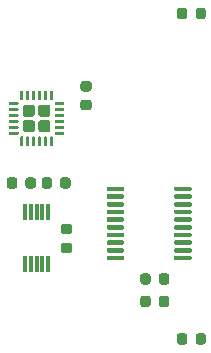
<source format=gbr>
%TF.GenerationSoftware,KiCad,Pcbnew,(5.1.6)-1*%
%TF.CreationDate,2020-11-21T10:09:12-08:00*%
%TF.ProjectId,SoftTakeover,536f6674-5461-46b6-956f-7665722e6b69,rev?*%
%TF.SameCoordinates,Original*%
%TF.FileFunction,Paste,Top*%
%TF.FilePolarity,Positive*%
%FSLAX46Y46*%
G04 Gerber Fmt 4.6, Leading zero omitted, Abs format (unit mm)*
G04 Created by KiCad (PCBNEW (5.1.6)-1) date 2020-11-21 10:09:12*
%MOMM*%
%LPD*%
G01*
G04 APERTURE LIST*
%ADD10R,0.300000X1.400000*%
G04 APERTURE END LIST*
%TO.C,C6*%
G36*
G01*
X140151500Y-112016250D02*
X140151500Y-111503750D01*
G75*
G02*
X140370250Y-111285000I218750J0D01*
G01*
X140807750Y-111285000D01*
G75*
G02*
X141026500Y-111503750I0J-218750D01*
G01*
X141026500Y-112016250D01*
G75*
G02*
X140807750Y-112235000I-218750J0D01*
G01*
X140370250Y-112235000D01*
G75*
G02*
X140151500Y-112016250I0J218750D01*
G01*
G37*
G36*
G01*
X138576500Y-112016250D02*
X138576500Y-111503750D01*
G75*
G02*
X138795250Y-111285000I218750J0D01*
G01*
X139232750Y-111285000D01*
G75*
G02*
X139451500Y-111503750I0J-218750D01*
G01*
X139451500Y-112016250D01*
G75*
G02*
X139232750Y-112235000I-218750J0D01*
G01*
X138795250Y-112235000D01*
G75*
G02*
X138576500Y-112016250I0J218750D01*
G01*
G37*
%TD*%
%TO.C,C2*%
G36*
G01*
X142550500Y-116583750D02*
X142550500Y-117096250D01*
G75*
G02*
X142331750Y-117315000I-218750J0D01*
G01*
X141894250Y-117315000D01*
G75*
G02*
X141675500Y-117096250I0J218750D01*
G01*
X141675500Y-116583750D01*
G75*
G02*
X141894250Y-116365000I218750J0D01*
G01*
X142331750Y-116365000D01*
G75*
G02*
X142550500Y-116583750I0J-218750D01*
G01*
G37*
G36*
G01*
X144125500Y-116583750D02*
X144125500Y-117096250D01*
G75*
G02*
X143906750Y-117315000I-218750J0D01*
G01*
X143469250Y-117315000D01*
G75*
G02*
X143250500Y-117096250I0J218750D01*
G01*
X143250500Y-116583750D01*
G75*
G02*
X143469250Y-116365000I218750J0D01*
G01*
X143906750Y-116365000D01*
G75*
G02*
X144125500Y-116583750I0J-218750D01*
G01*
G37*
%TD*%
%TO.C,C5*%
G36*
G01*
X140151500Y-113921250D02*
X140151500Y-113408750D01*
G75*
G02*
X140370250Y-113190000I218750J0D01*
G01*
X140807750Y-113190000D01*
G75*
G02*
X141026500Y-113408750I0J-218750D01*
G01*
X141026500Y-113921250D01*
G75*
G02*
X140807750Y-114140000I-218750J0D01*
G01*
X140370250Y-114140000D01*
G75*
G02*
X140151500Y-113921250I0J218750D01*
G01*
G37*
G36*
G01*
X138576500Y-113921250D02*
X138576500Y-113408750D01*
G75*
G02*
X138795250Y-113190000I218750J0D01*
G01*
X139232750Y-113190000D01*
G75*
G02*
X139451500Y-113408750I0J-218750D01*
G01*
X139451500Y-113921250D01*
G75*
G02*
X139232750Y-114140000I-218750J0D01*
G01*
X138795250Y-114140000D01*
G75*
G02*
X138576500Y-113921250I0J218750D01*
G01*
G37*
%TD*%
%TO.C,C4*%
G36*
G01*
X134241250Y-95890500D02*
X133728750Y-95890500D01*
G75*
G02*
X133510000Y-95671750I0J218750D01*
G01*
X133510000Y-95234250D01*
G75*
G02*
X133728750Y-95015500I218750J0D01*
G01*
X134241250Y-95015500D01*
G75*
G02*
X134460000Y-95234250I0J-218750D01*
G01*
X134460000Y-95671750D01*
G75*
G02*
X134241250Y-95890500I-218750J0D01*
G01*
G37*
G36*
G01*
X134241250Y-97465500D02*
X133728750Y-97465500D01*
G75*
G02*
X133510000Y-97246750I0J218750D01*
G01*
X133510000Y-96809250D01*
G75*
G02*
X133728750Y-96590500I218750J0D01*
G01*
X134241250Y-96590500D01*
G75*
G02*
X134460000Y-96809250I0J-218750D01*
G01*
X134460000Y-97246750D01*
G75*
G02*
X134241250Y-97465500I-218750J0D01*
G01*
G37*
%TD*%
%TO.C,C3*%
G36*
G01*
X132590250Y-107981000D02*
X132077750Y-107981000D01*
G75*
G02*
X131859000Y-107762250I0J218750D01*
G01*
X131859000Y-107324750D01*
G75*
G02*
X132077750Y-107106000I218750J0D01*
G01*
X132590250Y-107106000D01*
G75*
G02*
X132809000Y-107324750I0J-218750D01*
G01*
X132809000Y-107762250D01*
G75*
G02*
X132590250Y-107981000I-218750J0D01*
G01*
G37*
G36*
G01*
X132590250Y-109556000D02*
X132077750Y-109556000D01*
G75*
G02*
X131859000Y-109337250I0J218750D01*
G01*
X131859000Y-108899750D01*
G75*
G02*
X132077750Y-108681000I218750J0D01*
G01*
X132590250Y-108681000D01*
G75*
G02*
X132809000Y-108899750I0J-218750D01*
G01*
X132809000Y-109337250D01*
G75*
G02*
X132590250Y-109556000I-218750J0D01*
G01*
G37*
%TD*%
%TO.C,C1*%
G36*
G01*
X142550500Y-89024750D02*
X142550500Y-89537250D01*
G75*
G02*
X142331750Y-89756000I-218750J0D01*
G01*
X141894250Y-89756000D01*
G75*
G02*
X141675500Y-89537250I0J218750D01*
G01*
X141675500Y-89024750D01*
G75*
G02*
X141894250Y-88806000I218750J0D01*
G01*
X142331750Y-88806000D01*
G75*
G02*
X142550500Y-89024750I0J-218750D01*
G01*
G37*
G36*
G01*
X144125500Y-89024750D02*
X144125500Y-89537250D01*
G75*
G02*
X143906750Y-89756000I-218750J0D01*
G01*
X143469250Y-89756000D01*
G75*
G02*
X143250500Y-89537250I0J218750D01*
G01*
X143250500Y-89024750D01*
G75*
G02*
X143469250Y-88806000I218750J0D01*
G01*
X143906750Y-88806000D01*
G75*
G02*
X144125500Y-89024750I0J-218750D01*
G01*
G37*
%TD*%
%TO.C,U3*%
G36*
G01*
X137194000Y-109886000D02*
X137194000Y-110086000D01*
G75*
G02*
X137094000Y-110186000I-100000J0D01*
G01*
X135819000Y-110186000D01*
G75*
G02*
X135719000Y-110086000I0J100000D01*
G01*
X135719000Y-109886000D01*
G75*
G02*
X135819000Y-109786000I100000J0D01*
G01*
X137094000Y-109786000D01*
G75*
G02*
X137194000Y-109886000I0J-100000D01*
G01*
G37*
G36*
G01*
X137194000Y-109236000D02*
X137194000Y-109436000D01*
G75*
G02*
X137094000Y-109536000I-100000J0D01*
G01*
X135819000Y-109536000D01*
G75*
G02*
X135719000Y-109436000I0J100000D01*
G01*
X135719000Y-109236000D01*
G75*
G02*
X135819000Y-109136000I100000J0D01*
G01*
X137094000Y-109136000D01*
G75*
G02*
X137194000Y-109236000I0J-100000D01*
G01*
G37*
G36*
G01*
X137194000Y-108586000D02*
X137194000Y-108786000D01*
G75*
G02*
X137094000Y-108886000I-100000J0D01*
G01*
X135819000Y-108886000D01*
G75*
G02*
X135719000Y-108786000I0J100000D01*
G01*
X135719000Y-108586000D01*
G75*
G02*
X135819000Y-108486000I100000J0D01*
G01*
X137094000Y-108486000D01*
G75*
G02*
X137194000Y-108586000I0J-100000D01*
G01*
G37*
G36*
G01*
X137194000Y-107936000D02*
X137194000Y-108136000D01*
G75*
G02*
X137094000Y-108236000I-100000J0D01*
G01*
X135819000Y-108236000D01*
G75*
G02*
X135719000Y-108136000I0J100000D01*
G01*
X135719000Y-107936000D01*
G75*
G02*
X135819000Y-107836000I100000J0D01*
G01*
X137094000Y-107836000D01*
G75*
G02*
X137194000Y-107936000I0J-100000D01*
G01*
G37*
G36*
G01*
X137194000Y-107286000D02*
X137194000Y-107486000D01*
G75*
G02*
X137094000Y-107586000I-100000J0D01*
G01*
X135819000Y-107586000D01*
G75*
G02*
X135719000Y-107486000I0J100000D01*
G01*
X135719000Y-107286000D01*
G75*
G02*
X135819000Y-107186000I100000J0D01*
G01*
X137094000Y-107186000D01*
G75*
G02*
X137194000Y-107286000I0J-100000D01*
G01*
G37*
G36*
G01*
X137194000Y-106636000D02*
X137194000Y-106836000D01*
G75*
G02*
X137094000Y-106936000I-100000J0D01*
G01*
X135819000Y-106936000D01*
G75*
G02*
X135719000Y-106836000I0J100000D01*
G01*
X135719000Y-106636000D01*
G75*
G02*
X135819000Y-106536000I100000J0D01*
G01*
X137094000Y-106536000D01*
G75*
G02*
X137194000Y-106636000I0J-100000D01*
G01*
G37*
G36*
G01*
X137194000Y-105986000D02*
X137194000Y-106186000D01*
G75*
G02*
X137094000Y-106286000I-100000J0D01*
G01*
X135819000Y-106286000D01*
G75*
G02*
X135719000Y-106186000I0J100000D01*
G01*
X135719000Y-105986000D01*
G75*
G02*
X135819000Y-105886000I100000J0D01*
G01*
X137094000Y-105886000D01*
G75*
G02*
X137194000Y-105986000I0J-100000D01*
G01*
G37*
G36*
G01*
X137194000Y-105336000D02*
X137194000Y-105536000D01*
G75*
G02*
X137094000Y-105636000I-100000J0D01*
G01*
X135819000Y-105636000D01*
G75*
G02*
X135719000Y-105536000I0J100000D01*
G01*
X135719000Y-105336000D01*
G75*
G02*
X135819000Y-105236000I100000J0D01*
G01*
X137094000Y-105236000D01*
G75*
G02*
X137194000Y-105336000I0J-100000D01*
G01*
G37*
G36*
G01*
X137194000Y-104686000D02*
X137194000Y-104886000D01*
G75*
G02*
X137094000Y-104986000I-100000J0D01*
G01*
X135819000Y-104986000D01*
G75*
G02*
X135719000Y-104886000I0J100000D01*
G01*
X135719000Y-104686000D01*
G75*
G02*
X135819000Y-104586000I100000J0D01*
G01*
X137094000Y-104586000D01*
G75*
G02*
X137194000Y-104686000I0J-100000D01*
G01*
G37*
G36*
G01*
X137194000Y-104036000D02*
X137194000Y-104236000D01*
G75*
G02*
X137094000Y-104336000I-100000J0D01*
G01*
X135819000Y-104336000D01*
G75*
G02*
X135719000Y-104236000I0J100000D01*
G01*
X135719000Y-104036000D01*
G75*
G02*
X135819000Y-103936000I100000J0D01*
G01*
X137094000Y-103936000D01*
G75*
G02*
X137194000Y-104036000I0J-100000D01*
G01*
G37*
G36*
G01*
X142919000Y-104036000D02*
X142919000Y-104236000D01*
G75*
G02*
X142819000Y-104336000I-100000J0D01*
G01*
X141544000Y-104336000D01*
G75*
G02*
X141444000Y-104236000I0J100000D01*
G01*
X141444000Y-104036000D01*
G75*
G02*
X141544000Y-103936000I100000J0D01*
G01*
X142819000Y-103936000D01*
G75*
G02*
X142919000Y-104036000I0J-100000D01*
G01*
G37*
G36*
G01*
X142919000Y-104686000D02*
X142919000Y-104886000D01*
G75*
G02*
X142819000Y-104986000I-100000J0D01*
G01*
X141544000Y-104986000D01*
G75*
G02*
X141444000Y-104886000I0J100000D01*
G01*
X141444000Y-104686000D01*
G75*
G02*
X141544000Y-104586000I100000J0D01*
G01*
X142819000Y-104586000D01*
G75*
G02*
X142919000Y-104686000I0J-100000D01*
G01*
G37*
G36*
G01*
X142919000Y-105336000D02*
X142919000Y-105536000D01*
G75*
G02*
X142819000Y-105636000I-100000J0D01*
G01*
X141544000Y-105636000D01*
G75*
G02*
X141444000Y-105536000I0J100000D01*
G01*
X141444000Y-105336000D01*
G75*
G02*
X141544000Y-105236000I100000J0D01*
G01*
X142819000Y-105236000D01*
G75*
G02*
X142919000Y-105336000I0J-100000D01*
G01*
G37*
G36*
G01*
X142919000Y-105986000D02*
X142919000Y-106186000D01*
G75*
G02*
X142819000Y-106286000I-100000J0D01*
G01*
X141544000Y-106286000D01*
G75*
G02*
X141444000Y-106186000I0J100000D01*
G01*
X141444000Y-105986000D01*
G75*
G02*
X141544000Y-105886000I100000J0D01*
G01*
X142819000Y-105886000D01*
G75*
G02*
X142919000Y-105986000I0J-100000D01*
G01*
G37*
G36*
G01*
X142919000Y-106636000D02*
X142919000Y-106836000D01*
G75*
G02*
X142819000Y-106936000I-100000J0D01*
G01*
X141544000Y-106936000D01*
G75*
G02*
X141444000Y-106836000I0J100000D01*
G01*
X141444000Y-106636000D01*
G75*
G02*
X141544000Y-106536000I100000J0D01*
G01*
X142819000Y-106536000D01*
G75*
G02*
X142919000Y-106636000I0J-100000D01*
G01*
G37*
G36*
G01*
X142919000Y-107286000D02*
X142919000Y-107486000D01*
G75*
G02*
X142819000Y-107586000I-100000J0D01*
G01*
X141544000Y-107586000D01*
G75*
G02*
X141444000Y-107486000I0J100000D01*
G01*
X141444000Y-107286000D01*
G75*
G02*
X141544000Y-107186000I100000J0D01*
G01*
X142819000Y-107186000D01*
G75*
G02*
X142919000Y-107286000I0J-100000D01*
G01*
G37*
G36*
G01*
X142919000Y-107936000D02*
X142919000Y-108136000D01*
G75*
G02*
X142819000Y-108236000I-100000J0D01*
G01*
X141544000Y-108236000D01*
G75*
G02*
X141444000Y-108136000I0J100000D01*
G01*
X141444000Y-107936000D01*
G75*
G02*
X141544000Y-107836000I100000J0D01*
G01*
X142819000Y-107836000D01*
G75*
G02*
X142919000Y-107936000I0J-100000D01*
G01*
G37*
G36*
G01*
X142919000Y-108586000D02*
X142919000Y-108786000D01*
G75*
G02*
X142819000Y-108886000I-100000J0D01*
G01*
X141544000Y-108886000D01*
G75*
G02*
X141444000Y-108786000I0J100000D01*
G01*
X141444000Y-108586000D01*
G75*
G02*
X141544000Y-108486000I100000J0D01*
G01*
X142819000Y-108486000D01*
G75*
G02*
X142919000Y-108586000I0J-100000D01*
G01*
G37*
G36*
G01*
X142919000Y-109236000D02*
X142919000Y-109436000D01*
G75*
G02*
X142819000Y-109536000I-100000J0D01*
G01*
X141544000Y-109536000D01*
G75*
G02*
X141444000Y-109436000I0J100000D01*
G01*
X141444000Y-109236000D01*
G75*
G02*
X141544000Y-109136000I100000J0D01*
G01*
X142819000Y-109136000D01*
G75*
G02*
X142919000Y-109236000I0J-100000D01*
G01*
G37*
G36*
G01*
X142919000Y-109886000D02*
X142919000Y-110086000D01*
G75*
G02*
X142819000Y-110186000I-100000J0D01*
G01*
X141544000Y-110186000D01*
G75*
G02*
X141444000Y-110086000I0J100000D01*
G01*
X141444000Y-109886000D01*
G75*
G02*
X141544000Y-109786000I100000J0D01*
G01*
X142819000Y-109786000D01*
G75*
G02*
X142919000Y-109886000I0J-100000D01*
G01*
G37*
%TD*%
D10*
%TO.C,U2*%
X130794000Y-110531000D03*
X130294000Y-110531000D03*
X129794000Y-110531000D03*
X129294000Y-110531000D03*
X128794000Y-110531000D03*
X128794000Y-106131000D03*
X129294000Y-106131000D03*
X129794000Y-106131000D03*
X130294000Y-106131000D03*
X130794000Y-106131000D03*
%TD*%
%TO.C,U1*%
G36*
G01*
X128868999Y-98296000D02*
X129419001Y-98296000D01*
G75*
G02*
X129669000Y-98545999I0J-249999D01*
G01*
X129669000Y-99096001D01*
G75*
G02*
X129419001Y-99346000I-249999J0D01*
G01*
X128868999Y-99346000D01*
G75*
G02*
X128619000Y-99096001I0J249999D01*
G01*
X128619000Y-98545999D01*
G75*
G02*
X128868999Y-98296000I249999J0D01*
G01*
G37*
G36*
G01*
X130168999Y-98296000D02*
X130719001Y-98296000D01*
G75*
G02*
X130969000Y-98545999I0J-249999D01*
G01*
X130969000Y-99096001D01*
G75*
G02*
X130719001Y-99346000I-249999J0D01*
G01*
X130168999Y-99346000D01*
G75*
G02*
X129919000Y-99096001I0J249999D01*
G01*
X129919000Y-98545999D01*
G75*
G02*
X130168999Y-98296000I249999J0D01*
G01*
G37*
G36*
G01*
X128868999Y-96996000D02*
X129419001Y-96996000D01*
G75*
G02*
X129669000Y-97245999I0J-249999D01*
G01*
X129669000Y-97796001D01*
G75*
G02*
X129419001Y-98046000I-249999J0D01*
G01*
X128868999Y-98046000D01*
G75*
G02*
X128619000Y-97796001I0J249999D01*
G01*
X128619000Y-97245999D01*
G75*
G02*
X128868999Y-96996000I249999J0D01*
G01*
G37*
G36*
G01*
X130168999Y-96996000D02*
X130719001Y-96996000D01*
G75*
G02*
X130969000Y-97245999I0J-249999D01*
G01*
X130969000Y-97796001D01*
G75*
G02*
X130719001Y-98046000I-249999J0D01*
G01*
X130168999Y-98046000D01*
G75*
G02*
X129919000Y-97796001I0J249999D01*
G01*
X129919000Y-97245999D01*
G75*
G02*
X130168999Y-96996000I249999J0D01*
G01*
G37*
G36*
G01*
X131381500Y-96796000D02*
X132081500Y-96796000D01*
G75*
G02*
X132144000Y-96858500I0J-62500D01*
G01*
X132144000Y-96983500D01*
G75*
G02*
X132081500Y-97046000I-62500J0D01*
G01*
X131381500Y-97046000D01*
G75*
G02*
X131319000Y-96983500I0J62500D01*
G01*
X131319000Y-96858500D01*
G75*
G02*
X131381500Y-96796000I62500J0D01*
G01*
G37*
G36*
G01*
X131381500Y-97296000D02*
X132081500Y-97296000D01*
G75*
G02*
X132144000Y-97358500I0J-62500D01*
G01*
X132144000Y-97483500D01*
G75*
G02*
X132081500Y-97546000I-62500J0D01*
G01*
X131381500Y-97546000D01*
G75*
G02*
X131319000Y-97483500I0J62500D01*
G01*
X131319000Y-97358500D01*
G75*
G02*
X131381500Y-97296000I62500J0D01*
G01*
G37*
G36*
G01*
X131381500Y-97796000D02*
X132081500Y-97796000D01*
G75*
G02*
X132144000Y-97858500I0J-62500D01*
G01*
X132144000Y-97983500D01*
G75*
G02*
X132081500Y-98046000I-62500J0D01*
G01*
X131381500Y-98046000D01*
G75*
G02*
X131319000Y-97983500I0J62500D01*
G01*
X131319000Y-97858500D01*
G75*
G02*
X131381500Y-97796000I62500J0D01*
G01*
G37*
G36*
G01*
X131381500Y-98296000D02*
X132081500Y-98296000D01*
G75*
G02*
X132144000Y-98358500I0J-62500D01*
G01*
X132144000Y-98483500D01*
G75*
G02*
X132081500Y-98546000I-62500J0D01*
G01*
X131381500Y-98546000D01*
G75*
G02*
X131319000Y-98483500I0J62500D01*
G01*
X131319000Y-98358500D01*
G75*
G02*
X131381500Y-98296000I62500J0D01*
G01*
G37*
G36*
G01*
X131381500Y-98796000D02*
X132081500Y-98796000D01*
G75*
G02*
X132144000Y-98858500I0J-62500D01*
G01*
X132144000Y-98983500D01*
G75*
G02*
X132081500Y-99046000I-62500J0D01*
G01*
X131381500Y-99046000D01*
G75*
G02*
X131319000Y-98983500I0J62500D01*
G01*
X131319000Y-98858500D01*
G75*
G02*
X131381500Y-98796000I62500J0D01*
G01*
G37*
G36*
G01*
X131381500Y-99296000D02*
X132081500Y-99296000D01*
G75*
G02*
X132144000Y-99358500I0J-62500D01*
G01*
X132144000Y-99483500D01*
G75*
G02*
X132081500Y-99546000I-62500J0D01*
G01*
X131381500Y-99546000D01*
G75*
G02*
X131319000Y-99483500I0J62500D01*
G01*
X131319000Y-99358500D01*
G75*
G02*
X131381500Y-99296000I62500J0D01*
G01*
G37*
G36*
G01*
X130981500Y-99696000D02*
X131106500Y-99696000D01*
G75*
G02*
X131169000Y-99758500I0J-62500D01*
G01*
X131169000Y-100458500D01*
G75*
G02*
X131106500Y-100521000I-62500J0D01*
G01*
X130981500Y-100521000D01*
G75*
G02*
X130919000Y-100458500I0J62500D01*
G01*
X130919000Y-99758500D01*
G75*
G02*
X130981500Y-99696000I62500J0D01*
G01*
G37*
G36*
G01*
X130481500Y-99696000D02*
X130606500Y-99696000D01*
G75*
G02*
X130669000Y-99758500I0J-62500D01*
G01*
X130669000Y-100458500D01*
G75*
G02*
X130606500Y-100521000I-62500J0D01*
G01*
X130481500Y-100521000D01*
G75*
G02*
X130419000Y-100458500I0J62500D01*
G01*
X130419000Y-99758500D01*
G75*
G02*
X130481500Y-99696000I62500J0D01*
G01*
G37*
G36*
G01*
X129981500Y-99696000D02*
X130106500Y-99696000D01*
G75*
G02*
X130169000Y-99758500I0J-62500D01*
G01*
X130169000Y-100458500D01*
G75*
G02*
X130106500Y-100521000I-62500J0D01*
G01*
X129981500Y-100521000D01*
G75*
G02*
X129919000Y-100458500I0J62500D01*
G01*
X129919000Y-99758500D01*
G75*
G02*
X129981500Y-99696000I62500J0D01*
G01*
G37*
G36*
G01*
X129481500Y-99696000D02*
X129606500Y-99696000D01*
G75*
G02*
X129669000Y-99758500I0J-62500D01*
G01*
X129669000Y-100458500D01*
G75*
G02*
X129606500Y-100521000I-62500J0D01*
G01*
X129481500Y-100521000D01*
G75*
G02*
X129419000Y-100458500I0J62500D01*
G01*
X129419000Y-99758500D01*
G75*
G02*
X129481500Y-99696000I62500J0D01*
G01*
G37*
G36*
G01*
X128981500Y-99696000D02*
X129106500Y-99696000D01*
G75*
G02*
X129169000Y-99758500I0J-62500D01*
G01*
X129169000Y-100458500D01*
G75*
G02*
X129106500Y-100521000I-62500J0D01*
G01*
X128981500Y-100521000D01*
G75*
G02*
X128919000Y-100458500I0J62500D01*
G01*
X128919000Y-99758500D01*
G75*
G02*
X128981500Y-99696000I62500J0D01*
G01*
G37*
G36*
G01*
X128481500Y-99696000D02*
X128606500Y-99696000D01*
G75*
G02*
X128669000Y-99758500I0J-62500D01*
G01*
X128669000Y-100458500D01*
G75*
G02*
X128606500Y-100521000I-62500J0D01*
G01*
X128481500Y-100521000D01*
G75*
G02*
X128419000Y-100458500I0J62500D01*
G01*
X128419000Y-99758500D01*
G75*
G02*
X128481500Y-99696000I62500J0D01*
G01*
G37*
G36*
G01*
X127506500Y-99296000D02*
X128206500Y-99296000D01*
G75*
G02*
X128269000Y-99358500I0J-62500D01*
G01*
X128269000Y-99483500D01*
G75*
G02*
X128206500Y-99546000I-62500J0D01*
G01*
X127506500Y-99546000D01*
G75*
G02*
X127444000Y-99483500I0J62500D01*
G01*
X127444000Y-99358500D01*
G75*
G02*
X127506500Y-99296000I62500J0D01*
G01*
G37*
G36*
G01*
X127506500Y-98796000D02*
X128206500Y-98796000D01*
G75*
G02*
X128269000Y-98858500I0J-62500D01*
G01*
X128269000Y-98983500D01*
G75*
G02*
X128206500Y-99046000I-62500J0D01*
G01*
X127506500Y-99046000D01*
G75*
G02*
X127444000Y-98983500I0J62500D01*
G01*
X127444000Y-98858500D01*
G75*
G02*
X127506500Y-98796000I62500J0D01*
G01*
G37*
G36*
G01*
X127506500Y-98296000D02*
X128206500Y-98296000D01*
G75*
G02*
X128269000Y-98358500I0J-62500D01*
G01*
X128269000Y-98483500D01*
G75*
G02*
X128206500Y-98546000I-62500J0D01*
G01*
X127506500Y-98546000D01*
G75*
G02*
X127444000Y-98483500I0J62500D01*
G01*
X127444000Y-98358500D01*
G75*
G02*
X127506500Y-98296000I62500J0D01*
G01*
G37*
G36*
G01*
X127506500Y-97796000D02*
X128206500Y-97796000D01*
G75*
G02*
X128269000Y-97858500I0J-62500D01*
G01*
X128269000Y-97983500D01*
G75*
G02*
X128206500Y-98046000I-62500J0D01*
G01*
X127506500Y-98046000D01*
G75*
G02*
X127444000Y-97983500I0J62500D01*
G01*
X127444000Y-97858500D01*
G75*
G02*
X127506500Y-97796000I62500J0D01*
G01*
G37*
G36*
G01*
X127506500Y-97296000D02*
X128206500Y-97296000D01*
G75*
G02*
X128269000Y-97358500I0J-62500D01*
G01*
X128269000Y-97483500D01*
G75*
G02*
X128206500Y-97546000I-62500J0D01*
G01*
X127506500Y-97546000D01*
G75*
G02*
X127444000Y-97483500I0J62500D01*
G01*
X127444000Y-97358500D01*
G75*
G02*
X127506500Y-97296000I62500J0D01*
G01*
G37*
G36*
G01*
X127506500Y-96796000D02*
X128206500Y-96796000D01*
G75*
G02*
X128269000Y-96858500I0J-62500D01*
G01*
X128269000Y-96983500D01*
G75*
G02*
X128206500Y-97046000I-62500J0D01*
G01*
X127506500Y-97046000D01*
G75*
G02*
X127444000Y-96983500I0J62500D01*
G01*
X127444000Y-96858500D01*
G75*
G02*
X127506500Y-96796000I62500J0D01*
G01*
G37*
G36*
G01*
X128481500Y-95821000D02*
X128606500Y-95821000D01*
G75*
G02*
X128669000Y-95883500I0J-62500D01*
G01*
X128669000Y-96583500D01*
G75*
G02*
X128606500Y-96646000I-62500J0D01*
G01*
X128481500Y-96646000D01*
G75*
G02*
X128419000Y-96583500I0J62500D01*
G01*
X128419000Y-95883500D01*
G75*
G02*
X128481500Y-95821000I62500J0D01*
G01*
G37*
G36*
G01*
X128981500Y-95821000D02*
X129106500Y-95821000D01*
G75*
G02*
X129169000Y-95883500I0J-62500D01*
G01*
X129169000Y-96583500D01*
G75*
G02*
X129106500Y-96646000I-62500J0D01*
G01*
X128981500Y-96646000D01*
G75*
G02*
X128919000Y-96583500I0J62500D01*
G01*
X128919000Y-95883500D01*
G75*
G02*
X128981500Y-95821000I62500J0D01*
G01*
G37*
G36*
G01*
X129481500Y-95821000D02*
X129606500Y-95821000D01*
G75*
G02*
X129669000Y-95883500I0J-62500D01*
G01*
X129669000Y-96583500D01*
G75*
G02*
X129606500Y-96646000I-62500J0D01*
G01*
X129481500Y-96646000D01*
G75*
G02*
X129419000Y-96583500I0J62500D01*
G01*
X129419000Y-95883500D01*
G75*
G02*
X129481500Y-95821000I62500J0D01*
G01*
G37*
G36*
G01*
X129981500Y-95821000D02*
X130106500Y-95821000D01*
G75*
G02*
X130169000Y-95883500I0J-62500D01*
G01*
X130169000Y-96583500D01*
G75*
G02*
X130106500Y-96646000I-62500J0D01*
G01*
X129981500Y-96646000D01*
G75*
G02*
X129919000Y-96583500I0J62500D01*
G01*
X129919000Y-95883500D01*
G75*
G02*
X129981500Y-95821000I62500J0D01*
G01*
G37*
G36*
G01*
X130481500Y-95821000D02*
X130606500Y-95821000D01*
G75*
G02*
X130669000Y-95883500I0J-62500D01*
G01*
X130669000Y-96583500D01*
G75*
G02*
X130606500Y-96646000I-62500J0D01*
G01*
X130481500Y-96646000D01*
G75*
G02*
X130419000Y-96583500I0J62500D01*
G01*
X130419000Y-95883500D01*
G75*
G02*
X130481500Y-95821000I62500J0D01*
G01*
G37*
G36*
G01*
X130981500Y-95821000D02*
X131106500Y-95821000D01*
G75*
G02*
X131169000Y-95883500I0J-62500D01*
G01*
X131169000Y-96583500D01*
G75*
G02*
X131106500Y-96646000I-62500J0D01*
G01*
X130981500Y-96646000D01*
G75*
G02*
X130919000Y-96583500I0J62500D01*
G01*
X130919000Y-95883500D01*
G75*
G02*
X130981500Y-95821000I62500J0D01*
G01*
G37*
%TD*%
%TO.C,R3*%
G36*
G01*
X128848500Y-103888250D02*
X128848500Y-103375750D01*
G75*
G02*
X129067250Y-103157000I218750J0D01*
G01*
X129504750Y-103157000D01*
G75*
G02*
X129723500Y-103375750I0J-218750D01*
G01*
X129723500Y-103888250D01*
G75*
G02*
X129504750Y-104107000I-218750J0D01*
G01*
X129067250Y-104107000D01*
G75*
G02*
X128848500Y-103888250I0J218750D01*
G01*
G37*
G36*
G01*
X127273500Y-103888250D02*
X127273500Y-103375750D01*
G75*
G02*
X127492250Y-103157000I218750J0D01*
G01*
X127929750Y-103157000D01*
G75*
G02*
X128148500Y-103375750I0J-218750D01*
G01*
X128148500Y-103888250D01*
G75*
G02*
X127929750Y-104107000I-218750J0D01*
G01*
X127492250Y-104107000D01*
G75*
G02*
X127273500Y-103888250I0J218750D01*
G01*
G37*
%TD*%
%TO.C,R2*%
G36*
G01*
X131095000Y-103375750D02*
X131095000Y-103888250D01*
G75*
G02*
X130876250Y-104107000I-218750J0D01*
G01*
X130438750Y-104107000D01*
G75*
G02*
X130220000Y-103888250I0J218750D01*
G01*
X130220000Y-103375750D01*
G75*
G02*
X130438750Y-103157000I218750J0D01*
G01*
X130876250Y-103157000D01*
G75*
G02*
X131095000Y-103375750I0J-218750D01*
G01*
G37*
G36*
G01*
X132670000Y-103375750D02*
X132670000Y-103888250D01*
G75*
G02*
X132451250Y-104107000I-218750J0D01*
G01*
X132013750Y-104107000D01*
G75*
G02*
X131795000Y-103888250I0J218750D01*
G01*
X131795000Y-103375750D01*
G75*
G02*
X132013750Y-103157000I218750J0D01*
G01*
X132451250Y-103157000D01*
G75*
G02*
X132670000Y-103375750I0J-218750D01*
G01*
G37*
%TD*%
M02*

</source>
